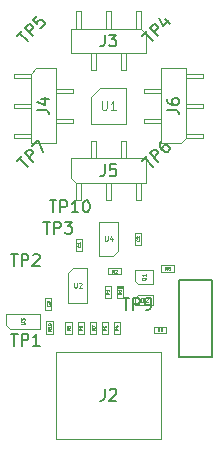
<source format=gbr>
%TF.GenerationSoftware,KiCad,Pcbnew,8.0.9-8.0.9-0~ubuntu20.04.1*%
%TF.CreationDate,2025-06-12T23:47:12+01:00*%
%TF.ProjectId,ch32-breakout,63683332-2d62-4726-9561-6b6f75742e6b,rev?*%
%TF.SameCoordinates,Original*%
%TF.FileFunction,AssemblyDrawing,Top*%
%FSLAX46Y46*%
G04 Gerber Fmt 4.6, Leading zero omitted, Abs format (unit mm)*
G04 Created by KiCad (PCBNEW 8.0.9-8.0.9-0~ubuntu20.04.1) date 2025-06-12 23:47:12*
%MOMM*%
%LPD*%
G01*
G04 APERTURE LIST*
%ADD10C,0.150000*%
%ADD11C,0.040000*%
%ADD12C,0.050000*%
%ADD13C,0.060000*%
%ADD14C,0.110000*%
%ADD15C,0.100000*%
%ADD16C,0.200000*%
G04 APERTURE END LIST*
D10*
X82954819Y-69833333D02*
X83669104Y-69833333D01*
X83669104Y-69833333D02*
X83811961Y-69880952D01*
X83811961Y-69880952D02*
X83907200Y-69976190D01*
X83907200Y-69976190D02*
X83954819Y-70119047D01*
X83954819Y-70119047D02*
X83954819Y-70214285D01*
X83288152Y-68928571D02*
X83954819Y-68928571D01*
X82907200Y-69166666D02*
X83621485Y-69404761D01*
X83621485Y-69404761D02*
X83621485Y-68785714D01*
D11*
X89818200Y-88343332D02*
X89694391Y-88429999D01*
X89818200Y-88491904D02*
X89558200Y-88491904D01*
X89558200Y-88491904D02*
X89558200Y-88392856D01*
X89558200Y-88392856D02*
X89570581Y-88368094D01*
X89570581Y-88368094D02*
X89582962Y-88355713D01*
X89582962Y-88355713D02*
X89607724Y-88343332D01*
X89607724Y-88343332D02*
X89644867Y-88343332D01*
X89644867Y-88343332D02*
X89669629Y-88355713D01*
X89669629Y-88355713D02*
X89682010Y-88368094D01*
X89682010Y-88368094D02*
X89694391Y-88392856D01*
X89694391Y-88392856D02*
X89694391Y-88491904D01*
X89644867Y-88120475D02*
X89818200Y-88120475D01*
X89545820Y-88182380D02*
X89731534Y-88244285D01*
X89731534Y-88244285D02*
X89731534Y-88083332D01*
X91589765Y-80791666D02*
X91601670Y-80803570D01*
X91601670Y-80803570D02*
X91613574Y-80839285D01*
X91613574Y-80839285D02*
X91613574Y-80863094D01*
X91613574Y-80863094D02*
X91601670Y-80898808D01*
X91601670Y-80898808D02*
X91577860Y-80922618D01*
X91577860Y-80922618D02*
X91554050Y-80934523D01*
X91554050Y-80934523D02*
X91506431Y-80946427D01*
X91506431Y-80946427D02*
X91470717Y-80946427D01*
X91470717Y-80946427D02*
X91423098Y-80934523D01*
X91423098Y-80934523D02*
X91399289Y-80922618D01*
X91399289Y-80922618D02*
X91375479Y-80898808D01*
X91375479Y-80898808D02*
X91363574Y-80863094D01*
X91363574Y-80863094D02*
X91363574Y-80839285D01*
X91363574Y-80839285D02*
X91375479Y-80803570D01*
X91375479Y-80803570D02*
X91387384Y-80791666D01*
X91387384Y-80696427D02*
X91375479Y-80684523D01*
X91375479Y-80684523D02*
X91363574Y-80660713D01*
X91363574Y-80660713D02*
X91363574Y-80601189D01*
X91363574Y-80601189D02*
X91375479Y-80577380D01*
X91375479Y-80577380D02*
X91387384Y-80565475D01*
X91387384Y-80565475D02*
X91411193Y-80553570D01*
X91411193Y-80553570D02*
X91435003Y-80553570D01*
X91435003Y-80553570D02*
X91470717Y-80565475D01*
X91470717Y-80565475D02*
X91613574Y-80708332D01*
X91613574Y-80708332D02*
X91613574Y-80553570D01*
D10*
X88666666Y-74454819D02*
X88666666Y-75169104D01*
X88666666Y-75169104D02*
X88619047Y-75311961D01*
X88619047Y-75311961D02*
X88523809Y-75407200D01*
X88523809Y-75407200D02*
X88380952Y-75454819D01*
X88380952Y-75454819D02*
X88285714Y-75454819D01*
X89619047Y-74454819D02*
X89142857Y-74454819D01*
X89142857Y-74454819D02*
X89095238Y-74931009D01*
X89095238Y-74931009D02*
X89142857Y-74883390D01*
X89142857Y-74883390D02*
X89238095Y-74835771D01*
X89238095Y-74835771D02*
X89476190Y-74835771D01*
X89476190Y-74835771D02*
X89571428Y-74883390D01*
X89571428Y-74883390D02*
X89619047Y-74931009D01*
X89619047Y-74931009D02*
X89666666Y-75026247D01*
X89666666Y-75026247D02*
X89666666Y-75264342D01*
X89666666Y-75264342D02*
X89619047Y-75359580D01*
X89619047Y-75359580D02*
X89571428Y-75407200D01*
X89571428Y-75407200D02*
X89476190Y-75454819D01*
X89476190Y-75454819D02*
X89238095Y-75454819D01*
X89238095Y-75454819D02*
X89142857Y-75407200D01*
X89142857Y-75407200D02*
X89095238Y-75359580D01*
D11*
X86768200Y-88343332D02*
X86644391Y-88429999D01*
X86768200Y-88491904D02*
X86508200Y-88491904D01*
X86508200Y-88491904D02*
X86508200Y-88392856D01*
X86508200Y-88392856D02*
X86520581Y-88368094D01*
X86520581Y-88368094D02*
X86532962Y-88355713D01*
X86532962Y-88355713D02*
X86557724Y-88343332D01*
X86557724Y-88343332D02*
X86594867Y-88343332D01*
X86594867Y-88343332D02*
X86619629Y-88355713D01*
X86619629Y-88355713D02*
X86632010Y-88368094D01*
X86632010Y-88368094D02*
X86644391Y-88392856D01*
X86644391Y-88392856D02*
X86644391Y-88491904D01*
X86508200Y-88120475D02*
X86508200Y-88169999D01*
X86508200Y-88169999D02*
X86520581Y-88194761D01*
X86520581Y-88194761D02*
X86532962Y-88207142D01*
X86532962Y-88207142D02*
X86570105Y-88231904D01*
X86570105Y-88231904D02*
X86619629Y-88244285D01*
X86619629Y-88244285D02*
X86718677Y-88244285D01*
X86718677Y-88244285D02*
X86743439Y-88231904D01*
X86743439Y-88231904D02*
X86755820Y-88219523D01*
X86755820Y-88219523D02*
X86768200Y-88194761D01*
X86768200Y-88194761D02*
X86768200Y-88145237D01*
X86768200Y-88145237D02*
X86755820Y-88120475D01*
X86755820Y-88120475D02*
X86743439Y-88108094D01*
X86743439Y-88108094D02*
X86718677Y-88095713D01*
X86718677Y-88095713D02*
X86656772Y-88095713D01*
X86656772Y-88095713D02*
X86632010Y-88108094D01*
X86632010Y-88108094D02*
X86619629Y-88120475D01*
X86619629Y-88120475D02*
X86607248Y-88145237D01*
X86607248Y-88145237D02*
X86607248Y-88194761D01*
X86607248Y-88194761D02*
X86619629Y-88219523D01*
X86619629Y-88219523D02*
X86632010Y-88231904D01*
X86632010Y-88231904D02*
X86656772Y-88244285D01*
X83989765Y-86291666D02*
X84001670Y-86303570D01*
X84001670Y-86303570D02*
X84013574Y-86339285D01*
X84013574Y-86339285D02*
X84013574Y-86363094D01*
X84013574Y-86363094D02*
X84001670Y-86398808D01*
X84001670Y-86398808D02*
X83977860Y-86422618D01*
X83977860Y-86422618D02*
X83954050Y-86434523D01*
X83954050Y-86434523D02*
X83906431Y-86446427D01*
X83906431Y-86446427D02*
X83870717Y-86446427D01*
X83870717Y-86446427D02*
X83823098Y-86434523D01*
X83823098Y-86434523D02*
X83799289Y-86422618D01*
X83799289Y-86422618D02*
X83775479Y-86398808D01*
X83775479Y-86398808D02*
X83763574Y-86363094D01*
X83763574Y-86363094D02*
X83763574Y-86339285D01*
X83763574Y-86339285D02*
X83775479Y-86303570D01*
X83775479Y-86303570D02*
X83787384Y-86291666D01*
X83763574Y-86208332D02*
X83763574Y-86053570D01*
X83763574Y-86053570D02*
X83858812Y-86136904D01*
X83858812Y-86136904D02*
X83858812Y-86101189D01*
X83858812Y-86101189D02*
X83870717Y-86077380D01*
X83870717Y-86077380D02*
X83882622Y-86065475D01*
X83882622Y-86065475D02*
X83906431Y-86053570D01*
X83906431Y-86053570D02*
X83965955Y-86053570D01*
X83965955Y-86053570D02*
X83989765Y-86065475D01*
X83989765Y-86065475D02*
X84001670Y-86077380D01*
X84001670Y-86077380D02*
X84013574Y-86101189D01*
X84013574Y-86101189D02*
X84013574Y-86172618D01*
X84013574Y-86172618D02*
X84001670Y-86196427D01*
X84001670Y-86196427D02*
X83989765Y-86208332D01*
D10*
X84011905Y-77504819D02*
X84583333Y-77504819D01*
X84297619Y-78504819D02*
X84297619Y-77504819D01*
X84916667Y-78504819D02*
X84916667Y-77504819D01*
X84916667Y-77504819D02*
X85297619Y-77504819D01*
X85297619Y-77504819D02*
X85392857Y-77552438D01*
X85392857Y-77552438D02*
X85440476Y-77600057D01*
X85440476Y-77600057D02*
X85488095Y-77695295D01*
X85488095Y-77695295D02*
X85488095Y-77838152D01*
X85488095Y-77838152D02*
X85440476Y-77933390D01*
X85440476Y-77933390D02*
X85392857Y-77981009D01*
X85392857Y-77981009D02*
X85297619Y-78028628D01*
X85297619Y-78028628D02*
X84916667Y-78028628D01*
X86440476Y-78504819D02*
X85869048Y-78504819D01*
X86154762Y-78504819D02*
X86154762Y-77504819D01*
X86154762Y-77504819D02*
X86059524Y-77647676D01*
X86059524Y-77647676D02*
X85964286Y-77742914D01*
X85964286Y-77742914D02*
X85869048Y-77790533D01*
X87059524Y-77504819D02*
X87154762Y-77504819D01*
X87154762Y-77504819D02*
X87250000Y-77552438D01*
X87250000Y-77552438D02*
X87297619Y-77600057D01*
X87297619Y-77600057D02*
X87345238Y-77695295D01*
X87345238Y-77695295D02*
X87392857Y-77885771D01*
X87392857Y-77885771D02*
X87392857Y-78123866D01*
X87392857Y-78123866D02*
X87345238Y-78314342D01*
X87345238Y-78314342D02*
X87297619Y-78409580D01*
X87297619Y-78409580D02*
X87250000Y-78457200D01*
X87250000Y-78457200D02*
X87154762Y-78504819D01*
X87154762Y-78504819D02*
X87059524Y-78504819D01*
X87059524Y-78504819D02*
X86964286Y-78457200D01*
X86964286Y-78457200D02*
X86916667Y-78409580D01*
X86916667Y-78409580D02*
X86869048Y-78314342D01*
X86869048Y-78314342D02*
X86821429Y-78123866D01*
X86821429Y-78123866D02*
X86821429Y-77885771D01*
X86821429Y-77885771D02*
X86869048Y-77695295D01*
X86869048Y-77695295D02*
X86916667Y-77600057D01*
X86916667Y-77600057D02*
X86964286Y-77552438D01*
X86964286Y-77552438D02*
X87059524Y-77504819D01*
X80738095Y-88804819D02*
X81309523Y-88804819D01*
X81023809Y-89804819D02*
X81023809Y-88804819D01*
X81642857Y-89804819D02*
X81642857Y-88804819D01*
X81642857Y-88804819D02*
X82023809Y-88804819D01*
X82023809Y-88804819D02*
X82119047Y-88852438D01*
X82119047Y-88852438D02*
X82166666Y-88900057D01*
X82166666Y-88900057D02*
X82214285Y-88995295D01*
X82214285Y-88995295D02*
X82214285Y-89138152D01*
X82214285Y-89138152D02*
X82166666Y-89233390D01*
X82166666Y-89233390D02*
X82119047Y-89281009D01*
X82119047Y-89281009D02*
X82023809Y-89328628D01*
X82023809Y-89328628D02*
X81642857Y-89328628D01*
X83166666Y-89804819D02*
X82595238Y-89804819D01*
X82880952Y-89804819D02*
X82880952Y-88804819D01*
X82880952Y-88804819D02*
X82785714Y-88947676D01*
X82785714Y-88947676D02*
X82690476Y-89042914D01*
X82690476Y-89042914D02*
X82595238Y-89090533D01*
X91855471Y-63540074D02*
X92259532Y-63136013D01*
X92764608Y-64045150D02*
X92057501Y-63338043D01*
X93202341Y-63607417D02*
X92495234Y-62900310D01*
X92495234Y-62900310D02*
X92764608Y-62630936D01*
X92764608Y-62630936D02*
X92865624Y-62597265D01*
X92865624Y-62597265D02*
X92932967Y-62597265D01*
X92932967Y-62597265D02*
X93033982Y-62630936D01*
X93033982Y-62630936D02*
X93134998Y-62731952D01*
X93134998Y-62731952D02*
X93168669Y-62832967D01*
X93168669Y-62832967D02*
X93168669Y-62900310D01*
X93168669Y-62900310D02*
X93134998Y-63001326D01*
X93134998Y-63001326D02*
X92865624Y-63270700D01*
X93741089Y-62125860D02*
X94212494Y-62597265D01*
X93303356Y-62024845D02*
X93640074Y-62698280D01*
X93640074Y-62698280D02*
X94077807Y-62260547D01*
D12*
X81575438Y-87993809D02*
X81834485Y-87993809D01*
X81834485Y-87993809D02*
X81864961Y-87978571D01*
X81864961Y-87978571D02*
X81880200Y-87963333D01*
X81880200Y-87963333D02*
X81895438Y-87932857D01*
X81895438Y-87932857D02*
X81895438Y-87871904D01*
X81895438Y-87871904D02*
X81880200Y-87841428D01*
X81880200Y-87841428D02*
X81864961Y-87826190D01*
X81864961Y-87826190D02*
X81834485Y-87810952D01*
X81834485Y-87810952D02*
X81575438Y-87810952D01*
X81575438Y-87689047D02*
X81575438Y-87490952D01*
X81575438Y-87490952D02*
X81697342Y-87597619D01*
X81697342Y-87597619D02*
X81697342Y-87551904D01*
X81697342Y-87551904D02*
X81712580Y-87521428D01*
X81712580Y-87521428D02*
X81727819Y-87506190D01*
X81727819Y-87506190D02*
X81758295Y-87490952D01*
X81758295Y-87490952D02*
X81834485Y-87490952D01*
X81834485Y-87490952D02*
X81864961Y-87506190D01*
X81864961Y-87506190D02*
X81880200Y-87521428D01*
X81880200Y-87521428D02*
X81895438Y-87551904D01*
X81895438Y-87551904D02*
X81895438Y-87643333D01*
X81895438Y-87643333D02*
X81880200Y-87673809D01*
X81880200Y-87673809D02*
X81864961Y-87689047D01*
D11*
X89456667Y-83618200D02*
X89370000Y-83494391D01*
X89308095Y-83618200D02*
X89308095Y-83358200D01*
X89308095Y-83358200D02*
X89407143Y-83358200D01*
X89407143Y-83358200D02*
X89431905Y-83370581D01*
X89431905Y-83370581D02*
X89444286Y-83382962D01*
X89444286Y-83382962D02*
X89456667Y-83407724D01*
X89456667Y-83407724D02*
X89456667Y-83444867D01*
X89456667Y-83444867D02*
X89444286Y-83469629D01*
X89444286Y-83469629D02*
X89431905Y-83482010D01*
X89431905Y-83482010D02*
X89407143Y-83494391D01*
X89407143Y-83494391D02*
X89308095Y-83494391D01*
X89555714Y-83382962D02*
X89568095Y-83370581D01*
X89568095Y-83370581D02*
X89592857Y-83358200D01*
X89592857Y-83358200D02*
X89654762Y-83358200D01*
X89654762Y-83358200D02*
X89679524Y-83370581D01*
X89679524Y-83370581D02*
X89691905Y-83382962D01*
X89691905Y-83382962D02*
X89704286Y-83407724D01*
X89704286Y-83407724D02*
X89704286Y-83432486D01*
X89704286Y-83432486D02*
X89691905Y-83469629D01*
X89691905Y-83469629D02*
X89543333Y-83618200D01*
X89543333Y-83618200D02*
X89704286Y-83618200D01*
D10*
X91855471Y-74140074D02*
X92259532Y-73736013D01*
X92764608Y-74645150D02*
X92057501Y-73938043D01*
X93202341Y-74207417D02*
X92495234Y-73500310D01*
X92495234Y-73500310D02*
X92764608Y-73230936D01*
X92764608Y-73230936D02*
X92865624Y-73197265D01*
X92865624Y-73197265D02*
X92932967Y-73197265D01*
X92932967Y-73197265D02*
X93033982Y-73230936D01*
X93033982Y-73230936D02*
X93134998Y-73331952D01*
X93134998Y-73331952D02*
X93168669Y-73432967D01*
X93168669Y-73432967D02*
X93168669Y-73500310D01*
X93168669Y-73500310D02*
X93134998Y-73601326D01*
X93134998Y-73601326D02*
X92865624Y-73870700D01*
X93505387Y-72490158D02*
X93370700Y-72624845D01*
X93370700Y-72624845D02*
X93337028Y-72725860D01*
X93337028Y-72725860D02*
X93337028Y-72793204D01*
X93337028Y-72793204D02*
X93370700Y-72961562D01*
X93370700Y-72961562D02*
X93471715Y-73129921D01*
X93471715Y-73129921D02*
X93741089Y-73399295D01*
X93741089Y-73399295D02*
X93842104Y-73432967D01*
X93842104Y-73432967D02*
X93909448Y-73432967D01*
X93909448Y-73432967D02*
X94010463Y-73399295D01*
X94010463Y-73399295D02*
X94145150Y-73264608D01*
X94145150Y-73264608D02*
X94178822Y-73163593D01*
X94178822Y-73163593D02*
X94178822Y-73096249D01*
X94178822Y-73096249D02*
X94145150Y-72995234D01*
X94145150Y-72995234D02*
X93976791Y-72826875D01*
X93976791Y-72826875D02*
X93875776Y-72793204D01*
X93875776Y-72793204D02*
X93808433Y-72793204D01*
X93808433Y-72793204D02*
X93707417Y-72826875D01*
X93707417Y-72826875D02*
X93572730Y-72961562D01*
X93572730Y-72961562D02*
X93539059Y-73062578D01*
X93539059Y-73062578D02*
X93539059Y-73129921D01*
X93539059Y-73129921D02*
X93572730Y-73230936D01*
D11*
X90063574Y-85434523D02*
X89813574Y-85434523D01*
X89813574Y-85434523D02*
X89813574Y-85374999D01*
X89813574Y-85374999D02*
X89825479Y-85339285D01*
X89825479Y-85339285D02*
X89849289Y-85315475D01*
X89849289Y-85315475D02*
X89873098Y-85303570D01*
X89873098Y-85303570D02*
X89920717Y-85291666D01*
X89920717Y-85291666D02*
X89956431Y-85291666D01*
X89956431Y-85291666D02*
X90004050Y-85303570D01*
X90004050Y-85303570D02*
X90027860Y-85315475D01*
X90027860Y-85315475D02*
X90051670Y-85339285D01*
X90051670Y-85339285D02*
X90063574Y-85374999D01*
X90063574Y-85374999D02*
X90063574Y-85434523D01*
X90063574Y-85053570D02*
X90063574Y-85196427D01*
X90063574Y-85124999D02*
X89813574Y-85124999D01*
X89813574Y-85124999D02*
X89849289Y-85148808D01*
X89849289Y-85148808D02*
X89873098Y-85172618D01*
X89873098Y-85172618D02*
X89885003Y-85196427D01*
D13*
X91704762Y-86131927D02*
X91704762Y-85731927D01*
X91704762Y-85731927D02*
X91800000Y-85731927D01*
X91800000Y-85731927D02*
X91857143Y-85750975D01*
X91857143Y-85750975D02*
X91895238Y-85789070D01*
X91895238Y-85789070D02*
X91914285Y-85827165D01*
X91914285Y-85827165D02*
X91933333Y-85903356D01*
X91933333Y-85903356D02*
X91933333Y-85960499D01*
X91933333Y-85960499D02*
X91914285Y-86036689D01*
X91914285Y-86036689D02*
X91895238Y-86074784D01*
X91895238Y-86074784D02*
X91857143Y-86112880D01*
X91857143Y-86112880D02*
X91800000Y-86131927D01*
X91800000Y-86131927D02*
X91704762Y-86131927D01*
X92085714Y-85770022D02*
X92104762Y-85750975D01*
X92104762Y-85750975D02*
X92142857Y-85731927D01*
X92142857Y-85731927D02*
X92238095Y-85731927D01*
X92238095Y-85731927D02*
X92276190Y-85750975D01*
X92276190Y-85750975D02*
X92295238Y-85770022D01*
X92295238Y-85770022D02*
X92314285Y-85808118D01*
X92314285Y-85808118D02*
X92314285Y-85846213D01*
X92314285Y-85846213D02*
X92295238Y-85903356D01*
X92295238Y-85903356D02*
X92066666Y-86131927D01*
X92066666Y-86131927D02*
X92314285Y-86131927D01*
D11*
X93956667Y-83368200D02*
X93870000Y-83244391D01*
X93808095Y-83368200D02*
X93808095Y-83108200D01*
X93808095Y-83108200D02*
X93907143Y-83108200D01*
X93907143Y-83108200D02*
X93931905Y-83120581D01*
X93931905Y-83120581D02*
X93944286Y-83132962D01*
X93944286Y-83132962D02*
X93956667Y-83157724D01*
X93956667Y-83157724D02*
X93956667Y-83194867D01*
X93956667Y-83194867D02*
X93944286Y-83219629D01*
X93944286Y-83219629D02*
X93931905Y-83232010D01*
X93931905Y-83232010D02*
X93907143Y-83244391D01*
X93907143Y-83244391D02*
X93808095Y-83244391D01*
X94105238Y-83219629D02*
X94080476Y-83207248D01*
X94080476Y-83207248D02*
X94068095Y-83194867D01*
X94068095Y-83194867D02*
X94055714Y-83170105D01*
X94055714Y-83170105D02*
X94055714Y-83157724D01*
X94055714Y-83157724D02*
X94068095Y-83132962D01*
X94068095Y-83132962D02*
X94080476Y-83120581D01*
X94080476Y-83120581D02*
X94105238Y-83108200D01*
X94105238Y-83108200D02*
X94154762Y-83108200D01*
X94154762Y-83108200D02*
X94179524Y-83120581D01*
X94179524Y-83120581D02*
X94191905Y-83132962D01*
X94191905Y-83132962D02*
X94204286Y-83157724D01*
X94204286Y-83157724D02*
X94204286Y-83170105D01*
X94204286Y-83170105D02*
X94191905Y-83194867D01*
X94191905Y-83194867D02*
X94179524Y-83207248D01*
X94179524Y-83207248D02*
X94154762Y-83219629D01*
X94154762Y-83219629D02*
X94105238Y-83219629D01*
X94105238Y-83219629D02*
X94080476Y-83232010D01*
X94080476Y-83232010D02*
X94068095Y-83244391D01*
X94068095Y-83244391D02*
X94055714Y-83269153D01*
X94055714Y-83269153D02*
X94055714Y-83318677D01*
X94055714Y-83318677D02*
X94068095Y-83343439D01*
X94068095Y-83343439D02*
X94080476Y-83355820D01*
X94080476Y-83355820D02*
X94105238Y-83368200D01*
X94105238Y-83368200D02*
X94154762Y-83368200D01*
X94154762Y-83368200D02*
X94179524Y-83355820D01*
X94179524Y-83355820D02*
X94191905Y-83343439D01*
X94191905Y-83343439D02*
X94204286Y-83318677D01*
X94204286Y-83318677D02*
X94204286Y-83269153D01*
X94204286Y-83269153D02*
X94191905Y-83244391D01*
X94191905Y-83244391D02*
X94179524Y-83232010D01*
X94179524Y-83232010D02*
X94154762Y-83219629D01*
D13*
X88695238Y-80531927D02*
X88695238Y-80855737D01*
X88695238Y-80855737D02*
X88714285Y-80893832D01*
X88714285Y-80893832D02*
X88733333Y-80912880D01*
X88733333Y-80912880D02*
X88771428Y-80931927D01*
X88771428Y-80931927D02*
X88847619Y-80931927D01*
X88847619Y-80931927D02*
X88885714Y-80912880D01*
X88885714Y-80912880D02*
X88904761Y-80893832D01*
X88904761Y-80893832D02*
X88923809Y-80855737D01*
X88923809Y-80855737D02*
X88923809Y-80531927D01*
X89285714Y-80665260D02*
X89285714Y-80931927D01*
X89190476Y-80512880D02*
X89095238Y-80798594D01*
X89095238Y-80798594D02*
X89342857Y-80798594D01*
D10*
X83488095Y-79304819D02*
X84059523Y-79304819D01*
X83773809Y-80304819D02*
X83773809Y-79304819D01*
X84392857Y-80304819D02*
X84392857Y-79304819D01*
X84392857Y-79304819D02*
X84773809Y-79304819D01*
X84773809Y-79304819D02*
X84869047Y-79352438D01*
X84869047Y-79352438D02*
X84916666Y-79400057D01*
X84916666Y-79400057D02*
X84964285Y-79495295D01*
X84964285Y-79495295D02*
X84964285Y-79638152D01*
X84964285Y-79638152D02*
X84916666Y-79733390D01*
X84916666Y-79733390D02*
X84869047Y-79781009D01*
X84869047Y-79781009D02*
X84773809Y-79828628D01*
X84773809Y-79828628D02*
X84392857Y-79828628D01*
X85297619Y-79304819D02*
X85916666Y-79304819D01*
X85916666Y-79304819D02*
X85583333Y-79685771D01*
X85583333Y-79685771D02*
X85726190Y-79685771D01*
X85726190Y-79685771D02*
X85821428Y-79733390D01*
X85821428Y-79733390D02*
X85869047Y-79781009D01*
X85869047Y-79781009D02*
X85916666Y-79876247D01*
X85916666Y-79876247D02*
X85916666Y-80114342D01*
X85916666Y-80114342D02*
X85869047Y-80209580D01*
X85869047Y-80209580D02*
X85821428Y-80257200D01*
X85821428Y-80257200D02*
X85726190Y-80304819D01*
X85726190Y-80304819D02*
X85440476Y-80304819D01*
X85440476Y-80304819D02*
X85345238Y-80257200D01*
X85345238Y-80257200D02*
X85297619Y-80209580D01*
D11*
X84118200Y-88417142D02*
X83994391Y-88503809D01*
X84118200Y-88565714D02*
X83858200Y-88565714D01*
X83858200Y-88565714D02*
X83858200Y-88466666D01*
X83858200Y-88466666D02*
X83870581Y-88441904D01*
X83870581Y-88441904D02*
X83882962Y-88429523D01*
X83882962Y-88429523D02*
X83907724Y-88417142D01*
X83907724Y-88417142D02*
X83944867Y-88417142D01*
X83944867Y-88417142D02*
X83969629Y-88429523D01*
X83969629Y-88429523D02*
X83982010Y-88441904D01*
X83982010Y-88441904D02*
X83994391Y-88466666D01*
X83994391Y-88466666D02*
X83994391Y-88565714D01*
X84118200Y-88169523D02*
X84118200Y-88318095D01*
X84118200Y-88243809D02*
X83858200Y-88243809D01*
X83858200Y-88243809D02*
X83895343Y-88268571D01*
X83895343Y-88268571D02*
X83920105Y-88293333D01*
X83920105Y-88293333D02*
X83932486Y-88318095D01*
X83858200Y-88008571D02*
X83858200Y-87983809D01*
X83858200Y-87983809D02*
X83870581Y-87959047D01*
X83870581Y-87959047D02*
X83882962Y-87946666D01*
X83882962Y-87946666D02*
X83907724Y-87934285D01*
X83907724Y-87934285D02*
X83957248Y-87921904D01*
X83957248Y-87921904D02*
X84019153Y-87921904D01*
X84019153Y-87921904D02*
X84068677Y-87934285D01*
X84068677Y-87934285D02*
X84093439Y-87946666D01*
X84093439Y-87946666D02*
X84105820Y-87959047D01*
X84105820Y-87959047D02*
X84118200Y-87983809D01*
X84118200Y-87983809D02*
X84118200Y-88008571D01*
X84118200Y-88008571D02*
X84105820Y-88033333D01*
X84105820Y-88033333D02*
X84093439Y-88045714D01*
X84093439Y-88045714D02*
X84068677Y-88058095D01*
X84068677Y-88058095D02*
X84019153Y-88070476D01*
X84019153Y-88070476D02*
X83957248Y-88070476D01*
X83957248Y-88070476D02*
X83907724Y-88058095D01*
X83907724Y-88058095D02*
X83882962Y-88045714D01*
X83882962Y-88045714D02*
X83870581Y-88033333D01*
X83870581Y-88033333D02*
X83858200Y-88008571D01*
D10*
X93954819Y-69833333D02*
X94669104Y-69833333D01*
X94669104Y-69833333D02*
X94811961Y-69880952D01*
X94811961Y-69880952D02*
X94907200Y-69976190D01*
X94907200Y-69976190D02*
X94954819Y-70119047D01*
X94954819Y-70119047D02*
X94954819Y-70214285D01*
X93954819Y-68928571D02*
X93954819Y-69119047D01*
X93954819Y-69119047D02*
X94002438Y-69214285D01*
X94002438Y-69214285D02*
X94050057Y-69261904D01*
X94050057Y-69261904D02*
X94192914Y-69357142D01*
X94192914Y-69357142D02*
X94383390Y-69404761D01*
X94383390Y-69404761D02*
X94764342Y-69404761D01*
X94764342Y-69404761D02*
X94859580Y-69357142D01*
X94859580Y-69357142D02*
X94907200Y-69309523D01*
X94907200Y-69309523D02*
X94954819Y-69214285D01*
X94954819Y-69214285D02*
X94954819Y-69023809D01*
X94954819Y-69023809D02*
X94907200Y-68928571D01*
X94907200Y-68928571D02*
X94859580Y-68880952D01*
X94859580Y-68880952D02*
X94764342Y-68833333D01*
X94764342Y-68833333D02*
X94526247Y-68833333D01*
X94526247Y-68833333D02*
X94431009Y-68880952D01*
X94431009Y-68880952D02*
X94383390Y-68928571D01*
X94383390Y-68928571D02*
X94335771Y-69023809D01*
X94335771Y-69023809D02*
X94335771Y-69214285D01*
X94335771Y-69214285D02*
X94383390Y-69309523D01*
X94383390Y-69309523D02*
X94431009Y-69357142D01*
X94431009Y-69357142D02*
X94526247Y-69404761D01*
X88666666Y-63454819D02*
X88666666Y-64169104D01*
X88666666Y-64169104D02*
X88619047Y-64311961D01*
X88619047Y-64311961D02*
X88523809Y-64407200D01*
X88523809Y-64407200D02*
X88380952Y-64454819D01*
X88380952Y-64454819D02*
X88285714Y-64454819D01*
X89047619Y-63454819D02*
X89666666Y-63454819D01*
X89666666Y-63454819D02*
X89333333Y-63835771D01*
X89333333Y-63835771D02*
X89476190Y-63835771D01*
X89476190Y-63835771D02*
X89571428Y-63883390D01*
X89571428Y-63883390D02*
X89619047Y-63931009D01*
X89619047Y-63931009D02*
X89666666Y-64026247D01*
X89666666Y-64026247D02*
X89666666Y-64264342D01*
X89666666Y-64264342D02*
X89619047Y-64359580D01*
X89619047Y-64359580D02*
X89571428Y-64407200D01*
X89571428Y-64407200D02*
X89476190Y-64454819D01*
X89476190Y-64454819D02*
X89190476Y-64454819D01*
X89190476Y-64454819D02*
X89095238Y-64407200D01*
X89095238Y-64407200D02*
X89047619Y-64359580D01*
D11*
X86589765Y-81291666D02*
X86601670Y-81303570D01*
X86601670Y-81303570D02*
X86613574Y-81339285D01*
X86613574Y-81339285D02*
X86613574Y-81363094D01*
X86613574Y-81363094D02*
X86601670Y-81398808D01*
X86601670Y-81398808D02*
X86577860Y-81422618D01*
X86577860Y-81422618D02*
X86554050Y-81434523D01*
X86554050Y-81434523D02*
X86506431Y-81446427D01*
X86506431Y-81446427D02*
X86470717Y-81446427D01*
X86470717Y-81446427D02*
X86423098Y-81434523D01*
X86423098Y-81434523D02*
X86399289Y-81422618D01*
X86399289Y-81422618D02*
X86375479Y-81398808D01*
X86375479Y-81398808D02*
X86363574Y-81363094D01*
X86363574Y-81363094D02*
X86363574Y-81339285D01*
X86363574Y-81339285D02*
X86375479Y-81303570D01*
X86375479Y-81303570D02*
X86387384Y-81291666D01*
X86613574Y-81053570D02*
X86613574Y-81196427D01*
X86613574Y-81124999D02*
X86363574Y-81124999D01*
X86363574Y-81124999D02*
X86399289Y-81148808D01*
X86399289Y-81148808D02*
X86423098Y-81172618D01*
X86423098Y-81172618D02*
X86435003Y-81196427D01*
X87818200Y-88343332D02*
X87694391Y-88429999D01*
X87818200Y-88491904D02*
X87558200Y-88491904D01*
X87558200Y-88491904D02*
X87558200Y-88392856D01*
X87558200Y-88392856D02*
X87570581Y-88368094D01*
X87570581Y-88368094D02*
X87582962Y-88355713D01*
X87582962Y-88355713D02*
X87607724Y-88343332D01*
X87607724Y-88343332D02*
X87644867Y-88343332D01*
X87644867Y-88343332D02*
X87669629Y-88355713D01*
X87669629Y-88355713D02*
X87682010Y-88368094D01*
X87682010Y-88368094D02*
X87694391Y-88392856D01*
X87694391Y-88392856D02*
X87694391Y-88491904D01*
X87558200Y-88256666D02*
X87558200Y-88083332D01*
X87558200Y-88083332D02*
X87818200Y-88194761D01*
D14*
X88428571Y-69091244D02*
X88428571Y-69698387D01*
X88428571Y-69698387D02*
X88464285Y-69769815D01*
X88464285Y-69769815D02*
X88500000Y-69805530D01*
X88500000Y-69805530D02*
X88571428Y-69841244D01*
X88571428Y-69841244D02*
X88714285Y-69841244D01*
X88714285Y-69841244D02*
X88785714Y-69805530D01*
X88785714Y-69805530D02*
X88821428Y-69769815D01*
X88821428Y-69769815D02*
X88857142Y-69698387D01*
X88857142Y-69698387D02*
X88857142Y-69091244D01*
X89607142Y-69841244D02*
X89178571Y-69841244D01*
X89392856Y-69841244D02*
X89392856Y-69091244D01*
X89392856Y-69091244D02*
X89321428Y-69198387D01*
X89321428Y-69198387D02*
X89249999Y-69269815D01*
X89249999Y-69269815D02*
X89178571Y-69305530D01*
D11*
X93306667Y-88568200D02*
X93220000Y-88444391D01*
X93158095Y-88568200D02*
X93158095Y-88308200D01*
X93158095Y-88308200D02*
X93257143Y-88308200D01*
X93257143Y-88308200D02*
X93281905Y-88320581D01*
X93281905Y-88320581D02*
X93294286Y-88332962D01*
X93294286Y-88332962D02*
X93306667Y-88357724D01*
X93306667Y-88357724D02*
X93306667Y-88394867D01*
X93306667Y-88394867D02*
X93294286Y-88419629D01*
X93294286Y-88419629D02*
X93281905Y-88432010D01*
X93281905Y-88432010D02*
X93257143Y-88444391D01*
X93257143Y-88444391D02*
X93158095Y-88444391D01*
X93430476Y-88568200D02*
X93480000Y-88568200D01*
X93480000Y-88568200D02*
X93504762Y-88555820D01*
X93504762Y-88555820D02*
X93517143Y-88543439D01*
X93517143Y-88543439D02*
X93541905Y-88506296D01*
X93541905Y-88506296D02*
X93554286Y-88456772D01*
X93554286Y-88456772D02*
X93554286Y-88357724D01*
X93554286Y-88357724D02*
X93541905Y-88332962D01*
X93541905Y-88332962D02*
X93529524Y-88320581D01*
X93529524Y-88320581D02*
X93504762Y-88308200D01*
X93504762Y-88308200D02*
X93455238Y-88308200D01*
X93455238Y-88308200D02*
X93430476Y-88320581D01*
X93430476Y-88320581D02*
X93418095Y-88332962D01*
X93418095Y-88332962D02*
X93405714Y-88357724D01*
X93405714Y-88357724D02*
X93405714Y-88419629D01*
X93405714Y-88419629D02*
X93418095Y-88444391D01*
X93418095Y-88444391D02*
X93430476Y-88456772D01*
X93430476Y-88456772D02*
X93455238Y-88469153D01*
X93455238Y-88469153D02*
X93504762Y-88469153D01*
X93504762Y-88469153D02*
X93529524Y-88456772D01*
X93529524Y-88456772D02*
X93541905Y-88444391D01*
X93541905Y-88444391D02*
X93554286Y-88419629D01*
X92165277Y-84028571D02*
X92150991Y-84057142D01*
X92150991Y-84057142D02*
X92122420Y-84085714D01*
X92122420Y-84085714D02*
X92079562Y-84128571D01*
X92079562Y-84128571D02*
X92065277Y-84157142D01*
X92065277Y-84157142D02*
X92065277Y-84185714D01*
X92136705Y-84171428D02*
X92122420Y-84200000D01*
X92122420Y-84200000D02*
X92093848Y-84228571D01*
X92093848Y-84228571D02*
X92036705Y-84242857D01*
X92036705Y-84242857D02*
X91936705Y-84242857D01*
X91936705Y-84242857D02*
X91879562Y-84228571D01*
X91879562Y-84228571D02*
X91850991Y-84200000D01*
X91850991Y-84200000D02*
X91836705Y-84171428D01*
X91836705Y-84171428D02*
X91836705Y-84114285D01*
X91836705Y-84114285D02*
X91850991Y-84085714D01*
X91850991Y-84085714D02*
X91879562Y-84057142D01*
X91879562Y-84057142D02*
X91936705Y-84042857D01*
X91936705Y-84042857D02*
X92036705Y-84042857D01*
X92036705Y-84042857D02*
X92093848Y-84057142D01*
X92093848Y-84057142D02*
X92122420Y-84085714D01*
X92122420Y-84085714D02*
X92136705Y-84114285D01*
X92136705Y-84114285D02*
X92136705Y-84171428D01*
X92136705Y-83757142D02*
X92136705Y-83928571D01*
X92136705Y-83842856D02*
X91836705Y-83842856D01*
X91836705Y-83842856D02*
X91879562Y-83871428D01*
X91879562Y-83871428D02*
X91908134Y-83899999D01*
X91908134Y-83899999D02*
X91922420Y-83928571D01*
D10*
X90188095Y-85754819D02*
X90759523Y-85754819D01*
X90473809Y-86754819D02*
X90473809Y-85754819D01*
X91092857Y-86754819D02*
X91092857Y-85754819D01*
X91092857Y-85754819D02*
X91473809Y-85754819D01*
X91473809Y-85754819D02*
X91569047Y-85802438D01*
X91569047Y-85802438D02*
X91616666Y-85850057D01*
X91616666Y-85850057D02*
X91664285Y-85945295D01*
X91664285Y-85945295D02*
X91664285Y-86088152D01*
X91664285Y-86088152D02*
X91616666Y-86183390D01*
X91616666Y-86183390D02*
X91569047Y-86231009D01*
X91569047Y-86231009D02*
X91473809Y-86278628D01*
X91473809Y-86278628D02*
X91092857Y-86278628D01*
X92140476Y-86754819D02*
X92330952Y-86754819D01*
X92330952Y-86754819D02*
X92426190Y-86707200D01*
X92426190Y-86707200D02*
X92473809Y-86659580D01*
X92473809Y-86659580D02*
X92569047Y-86516723D01*
X92569047Y-86516723D02*
X92616666Y-86326247D01*
X92616666Y-86326247D02*
X92616666Y-85945295D01*
X92616666Y-85945295D02*
X92569047Y-85850057D01*
X92569047Y-85850057D02*
X92521428Y-85802438D01*
X92521428Y-85802438D02*
X92426190Y-85754819D01*
X92426190Y-85754819D02*
X92235714Y-85754819D01*
X92235714Y-85754819D02*
X92140476Y-85802438D01*
X92140476Y-85802438D02*
X92092857Y-85850057D01*
X92092857Y-85850057D02*
X92045238Y-85945295D01*
X92045238Y-85945295D02*
X92045238Y-86183390D01*
X92045238Y-86183390D02*
X92092857Y-86278628D01*
X92092857Y-86278628D02*
X92140476Y-86326247D01*
X92140476Y-86326247D02*
X92235714Y-86373866D01*
X92235714Y-86373866D02*
X92426190Y-86373866D01*
X92426190Y-86373866D02*
X92521428Y-86326247D01*
X92521428Y-86326247D02*
X92569047Y-86278628D01*
X92569047Y-86278628D02*
X92616666Y-86183390D01*
X88666666Y-93454819D02*
X88666666Y-94169104D01*
X88666666Y-94169104D02*
X88619047Y-94311961D01*
X88619047Y-94311961D02*
X88523809Y-94407200D01*
X88523809Y-94407200D02*
X88380952Y-94454819D01*
X88380952Y-94454819D02*
X88285714Y-94454819D01*
X89095238Y-93550057D02*
X89142857Y-93502438D01*
X89142857Y-93502438D02*
X89238095Y-93454819D01*
X89238095Y-93454819D02*
X89476190Y-93454819D01*
X89476190Y-93454819D02*
X89571428Y-93502438D01*
X89571428Y-93502438D02*
X89619047Y-93550057D01*
X89619047Y-93550057D02*
X89666666Y-93645295D01*
X89666666Y-93645295D02*
X89666666Y-93740533D01*
X89666666Y-93740533D02*
X89619047Y-93883390D01*
X89619047Y-93883390D02*
X89047619Y-94454819D01*
X89047619Y-94454819D02*
X89666666Y-94454819D01*
X80738095Y-82054819D02*
X81309523Y-82054819D01*
X81023809Y-83054819D02*
X81023809Y-82054819D01*
X81642857Y-83054819D02*
X81642857Y-82054819D01*
X81642857Y-82054819D02*
X82023809Y-82054819D01*
X82023809Y-82054819D02*
X82119047Y-82102438D01*
X82119047Y-82102438D02*
X82166666Y-82150057D01*
X82166666Y-82150057D02*
X82214285Y-82245295D01*
X82214285Y-82245295D02*
X82214285Y-82388152D01*
X82214285Y-82388152D02*
X82166666Y-82483390D01*
X82166666Y-82483390D02*
X82119047Y-82531009D01*
X82119047Y-82531009D02*
X82023809Y-82578628D01*
X82023809Y-82578628D02*
X81642857Y-82578628D01*
X82595238Y-82150057D02*
X82642857Y-82102438D01*
X82642857Y-82102438D02*
X82738095Y-82054819D01*
X82738095Y-82054819D02*
X82976190Y-82054819D01*
X82976190Y-82054819D02*
X83071428Y-82102438D01*
X83071428Y-82102438D02*
X83119047Y-82150057D01*
X83119047Y-82150057D02*
X83166666Y-82245295D01*
X83166666Y-82245295D02*
X83166666Y-82340533D01*
X83166666Y-82340533D02*
X83119047Y-82483390D01*
X83119047Y-82483390D02*
X82547619Y-83054819D01*
X82547619Y-83054819D02*
X83166666Y-83054819D01*
D11*
X85718200Y-88343332D02*
X85594391Y-88429999D01*
X85718200Y-88491904D02*
X85458200Y-88491904D01*
X85458200Y-88491904D02*
X85458200Y-88392856D01*
X85458200Y-88392856D02*
X85470581Y-88368094D01*
X85470581Y-88368094D02*
X85482962Y-88355713D01*
X85482962Y-88355713D02*
X85507724Y-88343332D01*
X85507724Y-88343332D02*
X85544867Y-88343332D01*
X85544867Y-88343332D02*
X85569629Y-88355713D01*
X85569629Y-88355713D02*
X85582010Y-88368094D01*
X85582010Y-88368094D02*
X85594391Y-88392856D01*
X85594391Y-88392856D02*
X85594391Y-88491904D01*
X85458200Y-88256666D02*
X85458200Y-88095713D01*
X85458200Y-88095713D02*
X85557248Y-88182380D01*
X85557248Y-88182380D02*
X85557248Y-88145237D01*
X85557248Y-88145237D02*
X85569629Y-88120475D01*
X85569629Y-88120475D02*
X85582010Y-88108094D01*
X85582010Y-88108094D02*
X85606772Y-88095713D01*
X85606772Y-88095713D02*
X85668677Y-88095713D01*
X85668677Y-88095713D02*
X85693439Y-88108094D01*
X85693439Y-88108094D02*
X85705820Y-88120475D01*
X85705820Y-88120475D02*
X85718200Y-88145237D01*
X85718200Y-88145237D02*
X85718200Y-88219523D01*
X85718200Y-88219523D02*
X85705820Y-88244285D01*
X85705820Y-88244285D02*
X85693439Y-88256666D01*
D10*
X81255471Y-63540074D02*
X81659532Y-63136013D01*
X82164608Y-64045150D02*
X81457501Y-63338043D01*
X82602341Y-63607417D02*
X81895234Y-62900310D01*
X81895234Y-62900310D02*
X82164608Y-62630936D01*
X82164608Y-62630936D02*
X82265624Y-62597265D01*
X82265624Y-62597265D02*
X82332967Y-62597265D01*
X82332967Y-62597265D02*
X82433982Y-62630936D01*
X82433982Y-62630936D02*
X82534998Y-62731952D01*
X82534998Y-62731952D02*
X82568669Y-62832967D01*
X82568669Y-62832967D02*
X82568669Y-62900310D01*
X82568669Y-62900310D02*
X82534998Y-63001326D01*
X82534998Y-63001326D02*
X82265624Y-63270700D01*
X82939059Y-61856486D02*
X82602341Y-62193204D01*
X82602341Y-62193204D02*
X82905387Y-62563593D01*
X82905387Y-62563593D02*
X82905387Y-62496249D01*
X82905387Y-62496249D02*
X82939059Y-62395234D01*
X82939059Y-62395234D02*
X83107417Y-62226875D01*
X83107417Y-62226875D02*
X83208433Y-62193204D01*
X83208433Y-62193204D02*
X83275776Y-62193204D01*
X83275776Y-62193204D02*
X83376791Y-62226875D01*
X83376791Y-62226875D02*
X83545150Y-62395234D01*
X83545150Y-62395234D02*
X83578822Y-62496249D01*
X83578822Y-62496249D02*
X83578822Y-62563593D01*
X83578822Y-62563593D02*
X83545150Y-62664608D01*
X83545150Y-62664608D02*
X83376791Y-62832967D01*
X83376791Y-62832967D02*
X83275776Y-62866639D01*
X83275776Y-62866639D02*
X83208433Y-62866639D01*
D11*
X88818200Y-88343332D02*
X88694391Y-88429999D01*
X88818200Y-88491904D02*
X88558200Y-88491904D01*
X88558200Y-88491904D02*
X88558200Y-88392856D01*
X88558200Y-88392856D02*
X88570581Y-88368094D01*
X88570581Y-88368094D02*
X88582962Y-88355713D01*
X88582962Y-88355713D02*
X88607724Y-88343332D01*
X88607724Y-88343332D02*
X88644867Y-88343332D01*
X88644867Y-88343332D02*
X88669629Y-88355713D01*
X88669629Y-88355713D02*
X88682010Y-88368094D01*
X88682010Y-88368094D02*
X88694391Y-88392856D01*
X88694391Y-88392856D02*
X88694391Y-88491904D01*
X88558200Y-88108094D02*
X88558200Y-88231904D01*
X88558200Y-88231904D02*
X88682010Y-88244285D01*
X88682010Y-88244285D02*
X88669629Y-88231904D01*
X88669629Y-88231904D02*
X88657248Y-88207142D01*
X88657248Y-88207142D02*
X88657248Y-88145237D01*
X88657248Y-88145237D02*
X88669629Y-88120475D01*
X88669629Y-88120475D02*
X88682010Y-88108094D01*
X88682010Y-88108094D02*
X88706772Y-88095713D01*
X88706772Y-88095713D02*
X88768677Y-88095713D01*
X88768677Y-88095713D02*
X88793439Y-88108094D01*
X88793439Y-88108094D02*
X88805820Y-88120475D01*
X88805820Y-88120475D02*
X88818200Y-88145237D01*
X88818200Y-88145237D02*
X88818200Y-88207142D01*
X88818200Y-88207142D02*
X88805820Y-88231904D01*
X88805820Y-88231904D02*
X88793439Y-88244285D01*
X89068200Y-85293332D02*
X88944391Y-85379999D01*
X89068200Y-85441904D02*
X88808200Y-85441904D01*
X88808200Y-85441904D02*
X88808200Y-85342856D01*
X88808200Y-85342856D02*
X88820581Y-85318094D01*
X88820581Y-85318094D02*
X88832962Y-85305713D01*
X88832962Y-85305713D02*
X88857724Y-85293332D01*
X88857724Y-85293332D02*
X88894867Y-85293332D01*
X88894867Y-85293332D02*
X88919629Y-85305713D01*
X88919629Y-85305713D02*
X88932010Y-85318094D01*
X88932010Y-85318094D02*
X88944391Y-85342856D01*
X88944391Y-85342856D02*
X88944391Y-85441904D01*
X89068200Y-85045713D02*
X89068200Y-85194285D01*
X89068200Y-85119999D02*
X88808200Y-85119999D01*
X88808200Y-85119999D02*
X88845343Y-85144761D01*
X88845343Y-85144761D02*
X88870105Y-85169523D01*
X88870105Y-85169523D02*
X88882486Y-85194285D01*
D10*
X81255471Y-74140074D02*
X81659532Y-73736013D01*
X82164608Y-74645150D02*
X81457501Y-73938043D01*
X82602341Y-74207417D02*
X81895234Y-73500310D01*
X81895234Y-73500310D02*
X82164608Y-73230936D01*
X82164608Y-73230936D02*
X82265624Y-73197265D01*
X82265624Y-73197265D02*
X82332967Y-73197265D01*
X82332967Y-73197265D02*
X82433982Y-73230936D01*
X82433982Y-73230936D02*
X82534998Y-73331952D01*
X82534998Y-73331952D02*
X82568669Y-73432967D01*
X82568669Y-73432967D02*
X82568669Y-73500310D01*
X82568669Y-73500310D02*
X82534998Y-73601326D01*
X82534998Y-73601326D02*
X82265624Y-73870700D01*
X82534998Y-72860547D02*
X83006402Y-72389143D01*
X83006402Y-72389143D02*
X83410463Y-73399295D01*
D13*
X86095238Y-84481927D02*
X86095238Y-84805737D01*
X86095238Y-84805737D02*
X86114285Y-84843832D01*
X86114285Y-84843832D02*
X86133333Y-84862880D01*
X86133333Y-84862880D02*
X86171428Y-84881927D01*
X86171428Y-84881927D02*
X86247619Y-84881927D01*
X86247619Y-84881927D02*
X86285714Y-84862880D01*
X86285714Y-84862880D02*
X86304761Y-84843832D01*
X86304761Y-84843832D02*
X86323809Y-84805737D01*
X86323809Y-84805737D02*
X86323809Y-84481927D01*
X86495238Y-84520022D02*
X86514286Y-84500975D01*
X86514286Y-84500975D02*
X86552381Y-84481927D01*
X86552381Y-84481927D02*
X86647619Y-84481927D01*
X86647619Y-84481927D02*
X86685714Y-84500975D01*
X86685714Y-84500975D02*
X86704762Y-84520022D01*
X86704762Y-84520022D02*
X86723809Y-84558118D01*
X86723809Y-84558118D02*
X86723809Y-84596213D01*
X86723809Y-84596213D02*
X86704762Y-84653356D01*
X86704762Y-84653356D02*
X86476190Y-84881927D01*
X86476190Y-84881927D02*
X86723809Y-84881927D01*
D15*
%TO.C,J4*%
X81000000Y-66760000D02*
X81000000Y-67160000D01*
X81000000Y-67160000D02*
X82450000Y-67160000D01*
X81000000Y-69300000D02*
X81000000Y-69700000D01*
X81000000Y-69700000D02*
X82450000Y-69700000D01*
X81000000Y-71840000D02*
X81000000Y-72240000D01*
X81000000Y-72240000D02*
X82450000Y-72240000D01*
X82450000Y-66760000D02*
X81000000Y-66760000D01*
X82450000Y-66760000D02*
X82885000Y-66325000D01*
X82450000Y-69300000D02*
X81000000Y-69300000D01*
X82450000Y-71840000D02*
X81000000Y-71840000D01*
X82450000Y-72675000D02*
X82450000Y-66760000D01*
X82885000Y-66325000D02*
X84550000Y-66325000D01*
X84550000Y-66325000D02*
X84550000Y-72675000D01*
X84550000Y-68030000D02*
X86000000Y-68030000D01*
X84550000Y-70570000D02*
X86000000Y-70570000D01*
X84550000Y-72675000D02*
X82450000Y-72675000D01*
X86000000Y-68030000D02*
X86000000Y-68430000D01*
X86000000Y-68430000D02*
X84550000Y-68430000D01*
X86000000Y-70570000D02*
X86000000Y-70970000D01*
X86000000Y-70970000D02*
X84550000Y-70970000D01*
%TO.C,R4*%
X89430000Y-87775000D02*
X89970000Y-87775000D01*
X89430000Y-88825000D02*
X89430000Y-87775000D01*
X89970000Y-87775000D02*
X89970000Y-88825000D01*
X89970000Y-88825000D02*
X89430000Y-88825000D01*
%TO.C,C2*%
X91250000Y-80250000D02*
X91750000Y-80250000D01*
X91250000Y-81250000D02*
X91250000Y-80250000D01*
X91750000Y-80250000D02*
X91750000Y-81250000D01*
X91750000Y-81250000D02*
X91250000Y-81250000D01*
%TO.C,J5*%
X85825000Y-73950000D02*
X92175000Y-73950000D01*
X85825000Y-75615000D02*
X85825000Y-73950000D01*
X86260000Y-76050000D02*
X85825000Y-75615000D01*
X86260000Y-76050000D02*
X86260000Y-77500000D01*
X86260000Y-77500000D02*
X86660000Y-77500000D01*
X86660000Y-77500000D02*
X86660000Y-76050000D01*
X87530000Y-72500000D02*
X87930000Y-72500000D01*
X87530000Y-73950000D02*
X87530000Y-72500000D01*
X87930000Y-72500000D02*
X87930000Y-73950000D01*
X88800000Y-76050000D02*
X88800000Y-77500000D01*
X88800000Y-77500000D02*
X89200000Y-77500000D01*
X89200000Y-77500000D02*
X89200000Y-76050000D01*
X90070000Y-72500000D02*
X90470000Y-72500000D01*
X90070000Y-73950000D02*
X90070000Y-72500000D01*
X90470000Y-72500000D02*
X90470000Y-73950000D01*
X91340000Y-76050000D02*
X91340000Y-77500000D01*
X91340000Y-77500000D02*
X91740000Y-77500000D01*
X91740000Y-77500000D02*
X91740000Y-76050000D01*
X92175000Y-73950000D02*
X92175000Y-76050000D01*
X92175000Y-76050000D02*
X86260000Y-76050000D01*
%TO.C,R6*%
X86380000Y-87775000D02*
X86920000Y-87775000D01*
X86380000Y-88825000D02*
X86380000Y-87775000D01*
X86920000Y-87775000D02*
X86920000Y-88825000D01*
X86920000Y-88825000D02*
X86380000Y-88825000D01*
%TO.C,C3*%
X83650000Y-85750000D02*
X84150000Y-85750000D01*
X83650000Y-86750000D02*
X83650000Y-85750000D01*
X84150000Y-85750000D02*
X84150000Y-86750000D01*
X84150000Y-86750000D02*
X83650000Y-86750000D01*
%TO.C,U3*%
X80300000Y-87100000D02*
X83200000Y-87100000D01*
X80300000Y-88075000D02*
X80300000Y-87100000D01*
X80625000Y-88400000D02*
X80300000Y-88075000D01*
X83200000Y-87100000D02*
X83200000Y-88400000D01*
X83200000Y-88400000D02*
X80625000Y-88400000D01*
%TO.C,R2*%
X88975000Y-83230000D02*
X90025000Y-83230000D01*
X88975000Y-83770000D02*
X88975000Y-83230000D01*
X90025000Y-83230000D02*
X90025000Y-83770000D01*
X90025000Y-83770000D02*
X88975000Y-83770000D01*
%TO.C,D1*%
X89700000Y-84750000D02*
X90200000Y-84750000D01*
X89700000Y-84850000D02*
X90200000Y-84850000D01*
X89700000Y-84950000D02*
X90200000Y-84950000D01*
X89700000Y-85750000D02*
X89700000Y-84750000D01*
X90200000Y-84750000D02*
X90200000Y-85750000D01*
X90200000Y-85750000D02*
X89700000Y-85750000D01*
%TO.C,D2*%
X91200000Y-85850000D02*
X91200000Y-86350000D01*
X91200000Y-86350000D02*
X92800000Y-86350000D01*
X91500000Y-85550000D02*
X91200000Y-85850000D01*
X92800000Y-85550000D02*
X91500000Y-85550000D01*
X92800000Y-86350000D02*
X92800000Y-85550000D01*
%TO.C,R8*%
X93475000Y-82980000D02*
X94525000Y-82980000D01*
X93475000Y-83520000D02*
X93475000Y-82980000D01*
X94525000Y-82980000D02*
X94525000Y-83520000D01*
X94525000Y-83520000D02*
X93475000Y-83520000D01*
%TO.C,U4*%
X88200000Y-79300000D02*
X89800000Y-79300000D01*
X88200000Y-82200000D02*
X88200000Y-79300000D01*
X89400000Y-82200000D02*
X88200000Y-82200000D01*
X89800000Y-79300000D02*
X89800000Y-81800000D01*
X89800000Y-81800000D02*
X89400000Y-82200000D01*
%TO.C,R10*%
X83730000Y-87725000D02*
X84270000Y-87725000D01*
X83730000Y-88775000D02*
X83730000Y-87725000D01*
X84270000Y-87725000D02*
X84270000Y-88775000D01*
X84270000Y-88775000D02*
X83730000Y-88775000D01*
%TO.C,J6*%
X92000000Y-68030000D02*
X93450000Y-68030000D01*
X92000000Y-68430000D02*
X92000000Y-68030000D01*
X92000000Y-70570000D02*
X93450000Y-70570000D01*
X92000000Y-70970000D02*
X92000000Y-70570000D01*
X93450000Y-66325000D02*
X95550000Y-66325000D01*
X93450000Y-68430000D02*
X92000000Y-68430000D01*
X93450000Y-70970000D02*
X92000000Y-70970000D01*
X93450000Y-72675000D02*
X93450000Y-66325000D01*
X95115000Y-72675000D02*
X93450000Y-72675000D01*
X95550000Y-66325000D02*
X95550000Y-72240000D01*
X95550000Y-67160000D02*
X97000000Y-67160000D01*
X95550000Y-69700000D02*
X97000000Y-69700000D01*
X95550000Y-72240000D02*
X95115000Y-72675000D01*
X95550000Y-72240000D02*
X97000000Y-72240000D01*
X97000000Y-66760000D02*
X95550000Y-66760000D01*
X97000000Y-67160000D02*
X97000000Y-66760000D01*
X97000000Y-69300000D02*
X95550000Y-69300000D01*
X97000000Y-69700000D02*
X97000000Y-69300000D01*
X97000000Y-71840000D02*
X95550000Y-71840000D01*
X97000000Y-72240000D02*
X97000000Y-71840000D01*
D16*
%TO.C,S1*%
X95000000Y-84200000D02*
X97775000Y-84200000D01*
X95000000Y-90800000D02*
X95000000Y-84200000D01*
X97775000Y-84200000D02*
X97775000Y-90800000D01*
X97775000Y-90800000D02*
X95000000Y-90800000D01*
D15*
%TO.C,J3*%
X85825000Y-62950000D02*
X91740000Y-62950000D01*
X85825000Y-65050000D02*
X85825000Y-62950000D01*
X86260000Y-61500000D02*
X86260000Y-62950000D01*
X86660000Y-61500000D02*
X86260000Y-61500000D01*
X86660000Y-62950000D02*
X86660000Y-61500000D01*
X87530000Y-66500000D02*
X87530000Y-65050000D01*
X87930000Y-65050000D02*
X87930000Y-66500000D01*
X87930000Y-66500000D02*
X87530000Y-66500000D01*
X88800000Y-61500000D02*
X88800000Y-62950000D01*
X89200000Y-61500000D02*
X88800000Y-61500000D01*
X89200000Y-62950000D02*
X89200000Y-61500000D01*
X90070000Y-66500000D02*
X90070000Y-65050000D01*
X90470000Y-65050000D02*
X90470000Y-66500000D01*
X90470000Y-66500000D02*
X90070000Y-66500000D01*
X91340000Y-61500000D02*
X91340000Y-62950000D01*
X91740000Y-61500000D02*
X91340000Y-61500000D01*
X91740000Y-62950000D02*
X91740000Y-61500000D01*
X91740000Y-62950000D02*
X92175000Y-63385000D01*
X92175000Y-63385000D02*
X92175000Y-65050000D01*
X92175000Y-65050000D02*
X85825000Y-65050000D01*
%TO.C,C1*%
X86250000Y-80750000D02*
X86750000Y-80750000D01*
X86250000Y-81750000D02*
X86250000Y-80750000D01*
X86750000Y-80750000D02*
X86750000Y-81750000D01*
X86750000Y-81750000D02*
X86250000Y-81750000D01*
%TO.C,R7*%
X87430000Y-87775000D02*
X87970000Y-87775000D01*
X87430000Y-88825000D02*
X87430000Y-87775000D01*
X87970000Y-87775000D02*
X87970000Y-88825000D01*
X87970000Y-88825000D02*
X87430000Y-88825000D01*
%TO.C,U1*%
X87500000Y-68750000D02*
X88250000Y-68000000D01*
X87500000Y-71000000D02*
X87500000Y-68750000D01*
X88250000Y-68000000D02*
X90500000Y-68000000D01*
X90500000Y-68000000D02*
X90500000Y-71000000D01*
X90500000Y-71000000D02*
X87500000Y-71000000D01*
%TO.C,R9*%
X92825000Y-88180000D02*
X93875000Y-88180000D01*
X92825000Y-88720000D02*
X92825000Y-88180000D01*
X93875000Y-88180000D02*
X93875000Y-88720000D01*
X93875000Y-88720000D02*
X92825000Y-88720000D01*
%TO.C,Q1*%
X91200000Y-83400000D02*
X92800000Y-83400000D01*
X91200000Y-84300000D02*
X91200000Y-83400000D01*
X91500000Y-84600000D02*
X91200000Y-84300000D01*
X92800000Y-83400000D02*
X92800000Y-84600000D01*
X92800000Y-84600000D02*
X91500000Y-84600000D01*
%TO.C,J2*%
X84530000Y-90325000D02*
X84530000Y-97675000D01*
X84530000Y-90325000D02*
X93470000Y-90325000D01*
X84530000Y-97675000D02*
X93470000Y-97675000D01*
X93470000Y-97675000D02*
X93470000Y-90325000D01*
%TO.C,R3*%
X85330000Y-87775000D02*
X85870000Y-87775000D01*
X85330000Y-88825000D02*
X85330000Y-87775000D01*
X85870000Y-87775000D02*
X85870000Y-88825000D01*
X85870000Y-88825000D02*
X85330000Y-88825000D01*
%TO.C,R5*%
X88430000Y-87775000D02*
X88970000Y-87775000D01*
X88430000Y-88825000D02*
X88430000Y-87775000D01*
X88970000Y-87775000D02*
X88970000Y-88825000D01*
X88970000Y-88825000D02*
X88430000Y-88825000D01*
%TO.C,R1*%
X88680000Y-84725000D02*
X89220000Y-84725000D01*
X88680000Y-85775000D02*
X88680000Y-84725000D01*
X89220000Y-84725000D02*
X89220000Y-85775000D01*
X89220000Y-85775000D02*
X88680000Y-85775000D01*
%TO.C,U2*%
X85600000Y-83650000D02*
X86000000Y-83250000D01*
X85600000Y-86150000D02*
X85600000Y-83650000D01*
X86000000Y-83250000D02*
X87200000Y-83250000D01*
X87200000Y-83250000D02*
X87200000Y-86150000D01*
X87200000Y-86150000D02*
X85600000Y-86150000D01*
%TD*%
M02*

</source>
